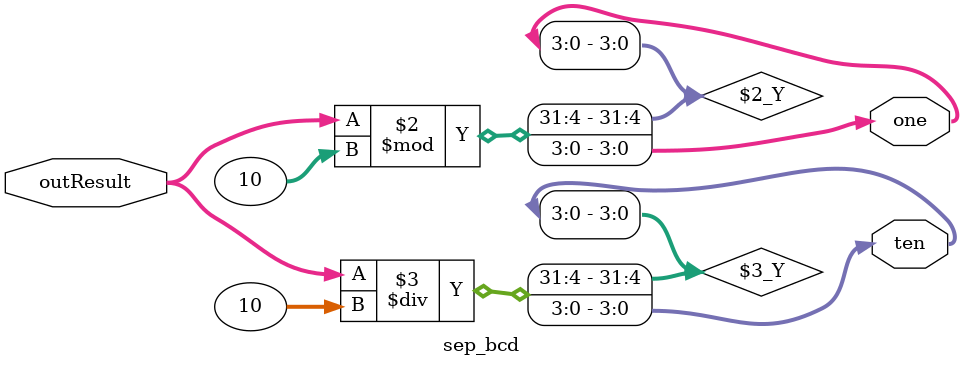
<source format=v>
`timescale 1ns / 1ps


module sep_bcd(input [3:0] outResult, output reg [3:0] ten, one);
    always@* begin
    one = outResult % 10;
    ten = outResult/10;
    end
endmodule

</source>
